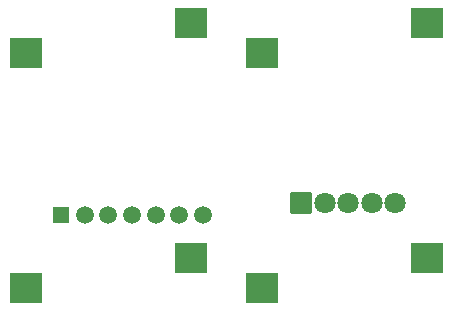
<source format=gbs>
G04 Layer: BottomSolderMaskLayer*
G04 EasyEDA v6.5.47, 2024-10-10 17:33:07*
G04 1afe02ac590648b8963bdaa5cf7a1cf7,02b1cd47abf14eeea88f237cf3128960,10*
G04 Gerber Generator version 0.2*
G04 Scale: 100 percent, Rotated: No, Reflected: No *
G04 Dimensions in millimeters *
G04 leading zeros omitted , absolute positions ,4 integer and 5 decimal *
%FSLAX45Y45*%
%MOMM*%

%AMMACRO1*4,1,8,-1.2962,-1.3009,-1.3259,-1.2709,-1.3259,1.2711,-1.2962,1.3009,1.2959,1.3009,1.3259,1.2711,1.3259,-1.2709,1.2959,-1.3009,-1.2962,-1.3009,0*%
%AMMACRO2*4,1,8,-1.296,-1.3007,-1.3258,-1.2708,-1.3258,1.271,-1.296,1.3007,1.2958,1.3007,1.3258,1.271,1.3258,-1.2708,1.2958,-1.3007,-1.296,-1.3007,0*%
%AMMACRO3*4,1,8,-1.2962,-1.3007,-1.3259,-1.2708,-1.3259,1.271,-1.2962,1.3007,1.2959,1.3007,1.3259,1.271,1.3259,-1.2708,1.2959,-1.3007,-1.2962,-1.3007,0*%
%AMMACRO4*4,1,8,-0.6751,-0.7049,-0.7049,-0.6749,-0.7049,0.6751,-0.6751,0.7049,0.6749,0.7049,0.7049,0.6751,0.7049,-0.6749,0.6749,-0.7049,-0.6751,-0.7049,0*%
%AMMACRO5*4,1,8,-0.8423,-0.9017,-0.9017,-0.842,-0.9017,0.8423,-0.8423,0.9017,0.842,0.9017,0.9017,0.8423,0.9017,-0.842,0.842,-0.9017,-0.8423,-0.9017,0*%
%ADD10MACRO1*%
%ADD11MACRO2*%
%ADD12MACRO3*%
%ADD13MACRO4*%
%ADD14C,1.5113*%
%ADD15MACRO5*%
%ADD16C,1.8032*%

%LPD*%
D10*
G01*
X850900Y15849561D03*
G01*
X2247900Y16103561D03*
D11*
G01*
X2844787Y15849600D03*
G01*
X4241787Y16103600D03*
D12*
G01*
X850900Y13855674D03*
G01*
X2247900Y14109674D03*
D11*
G01*
X2844787Y13855674D03*
G01*
X4241787Y14109674D03*
D13*
G01*
X1144600Y14478000D03*
D14*
G01*
X1344599Y14478000D03*
G01*
X1544599Y14478000D03*
G01*
X1944598Y14478000D03*
G01*
X1744598Y14478000D03*
G01*
X2144598Y14478000D03*
G01*
X2344597Y14478000D03*
D15*
G01*
X3175000Y14579600D03*
D16*
G01*
X3374999Y14579600D03*
G01*
X3574999Y14579600D03*
G01*
X3774998Y14579600D03*
G01*
X3974998Y14579600D03*
M02*

</source>
